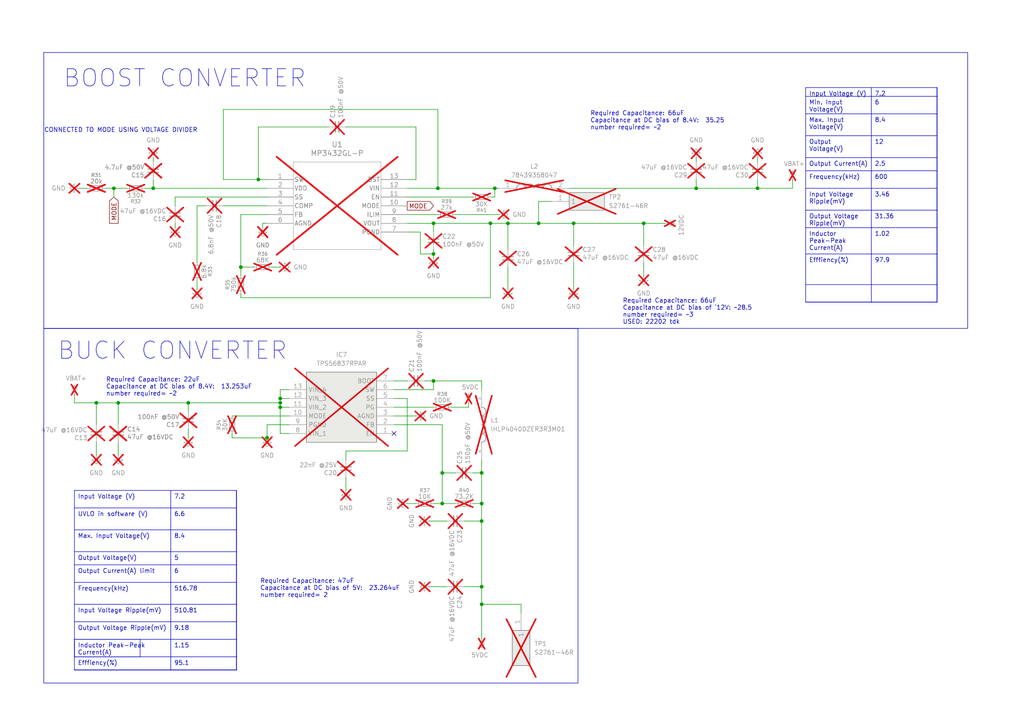
<source format=kicad_sch>
(kicad_sch (version 20250114) (generator "eeschema") (generator_version "9.0")
  (paper "A4")
  (lib_symbols
    (symbol "Device:C_Small" (pin_numbers (hide yes)) (pin_names (offset 0.254) (hide yes))
      (property "Reference" "C" (at 0.254 1.778 0))
      (property "Value" "C_Small" (at 0.254 -2.032 0))
      (symbol "C_Small_0_1"
        (polyline (pts (xy -1.524 0.508) (xy 1.524 0.508)) (stroke (width 0.3048)))
        (polyline (pts (xy -1.524 -0.508) (xy 1.524 -0.508)) (stroke (width 0.3302)))
      )
      (symbol "C_Small_1_1"
        (pin passive line (at 0 2.54 270) (length 2.032) (name "~") (number "1"))
        (pin passive line (at 0 -2.54 90) (length 2.032) (name "~") (number "2"))
      )
    )
    (symbol "Device:R_Small" (pin_numbers (hide yes)) (pin_names (offset 0.254) (hide yes))
      (property "Reference" "R" (at 0 0 90))
      (property "Value" "R_Small" (at 1.778 0 90))
      (symbol "R_Small_0_1"
        (rectangle (start -0.762 1.778) (end 0.762 -1.778) (stroke (width 0.2032)))
      )
      (symbol "R_Small_1_1"
        (pin passive line (at 0 2.54 270) (length 0.762) (name "~") (number "1"))
        (pin passive line (at 0 -2.54 90) (length 0.762) (name "~") (number "2"))
      )
    )
    (symbol "MP3432:MP3432GL-P" (pin_names (offset 0.254))
      (property "Reference" "U" (at 20.32 10.16 0))
      (property "Value" "MP3432GL-P" (at 20.32 7.62 0))
      (symbol "MP3432GL-P_0_1"
        (polyline (pts (xy 7.62 5.08) (xy 7.62 -20.32)) (stroke (width 0.127)))
        (polyline (pts (xy 7.62 -20.32) (xy 33.02 -20.32)) (stroke (width 0.127)))
        (polyline (pts (xy 33.02 5.08) (xy 7.62 5.08)) (stroke (width 0.127)))
        (polyline (pts (xy 33.02 -20.32) (xy 33.02 5.08)) (stroke (width 0.127)))
        (pin output line (at 0 0 0) (length 7.62) (name "SW") (number "1"))
        (pin power_in line (at 0 -2.54 0) (length 7.62) (name "VDD") (number "2"))
        (pin unspecified line (at 0 -5.08 0) (length 7.62) (name "SS") (number "3"))
        (pin output line (at 0 -7.62 0) (length 7.62) (name "COMP") (number "4"))
        (pin input line (at 0 -10.16 0) (length 7.62) (name "FB") (number "5"))
        (pin power_out line (at 0 -12.7 0) (length 7.62) (name "AGND") (number "6"))
        (pin unspecified line (at 40.64 0 180) (length 7.62) (name "BST") (number "13"))
        (pin power_in line (at 40.64 -2.54 180) (length 7.62) (name "VIN") (number "12"))
        (pin unspecified line (at 40.64 -5.08 180) (length 7.62) (name "EN") (number "11"))
        (pin unspecified line (at 40.64 -7.62 180) (length 7.62) (name "MODE") (number "10"))
        (pin unspecified line (at 40.64 -10.16 180) (length 7.62) (name "ILIM") (number "9"))
        (pin output line (at 40.64 -12.7 180) (length 7.62) (name "VOUT") (number "8"))
        (pin power_out line (at 40.64 -15.24 180) (length 7.62) (name "PGND") (number "7"))
      )
    )
    (symbol "power:+BATT" (power) (pin_numbers (hide yes)) (pin_names (offset 0) (hide yes))
      (property "Value" "+BATT" (at 0 3.556 0))
      (symbol "+BATT_0_1"
        (polyline (pts (xy -0.762 1.27) (xy 0 2.54)))
        (polyline (pts (xy 0 2.54) (xy 0.762 1.27)))
        (polyline (pts (xy 0 0) (xy 0 2.54)))
      )
      (symbol "+BATT_1_1"
        (pin power_in line (at 0 0 90) (length 0) (name "~") (number "1"))
      )
    )
    (symbol "power:GND1" (power) (pin_numbers (hide yes)) (pin_names (offset 0) (hide yes))
      (property "Value" "GND1" (at 0 -3.81 0))
      (symbol "GND1_0_1"
        (polyline (pts (xy 0 0) (xy 0 -1.27) (xy 1.27 -1.27) (xy 0 -2.54) (xy -1.27 -1.27) (xy 0 -1.27)))
      )
      (symbol "GND1_1_1"
        (pin power_in line (at 0 0 270) (length 0) (name "~") (number "1"))
      )
    )
    (symbol "samac_sys:78439358047" (pin_names (hide yes))
      (property "Reference" "L" (at 16.51 6.35 0))
      (property "Value" "78439358047" (at 16.51 3.81 0))
      (symbol "78439358047_1_1"
        (arc (start 5.08 0) (mid 6.35 1.219) (end 7.62 0) (stroke (width 0.254)))
        (arc (start 7.62 0) (mid 8.89 1.219) (end 10.16 0) (stroke (width 0.254)))
        (arc (start 10.16 0) (mid 11.43 1.219) (end 12.7 0) (stroke (width 0.254)))
        (arc (start 12.7 0) (mid 13.97 1.219) (end 15.24 0) (stroke (width 0.254)))
        (pin passive line (at 0 0 0) (length 5.08) (name "1") (number "1"))
        (pin passive line (at 20.32 0 180) (length 5.08) (name "2") (number "2"))
      )
    )
    (symbol "samac_sys:IHLP4040DZER3R3M01" (pin_names (hide yes))
      (property "Reference" "L" (at 16.51 6.35 0))
      (property "Value" "IHLP4040DZER3R3M01" (at 16.51 3.81 0))
      (symbol "IHLP4040DZER3R3M01_1_1"
        (arc (start 5.08 0) (mid 6.35 1.219) (end 7.62 0) (stroke (width 0.254)))
        (arc (start 7.62 0) (mid 8.89 1.219) (end 10.16 0) (stroke (width 0.254)))
        (arc (start 10.16 0) (mid 11.43 1.219) (end 12.7 0) (stroke (width 0.254)))
        (arc (start 12.7 0) (mid 13.97 1.219) (end 15.24 0) (stroke (width 0.254)))
        (pin passive line (at 0 0 0) (length 5.08) (name "1") (number "1"))
        (pin passive line (at 20.32 0 180) (length 5.08) (name "2") (number "2"))
      )
    )
    (symbol "samac_sys:S2761-46R"
      (property "Reference" "TP" (at 16.51 7.62 0))
      (property "Value" "S2761-46R" (at 16.51 5.08 0))
      (symbol "S2761-46R_1_1"
        (rectangle (start 5.08 2.54) (end 15.24 -2.54) (stroke (width 0.254)) (fill (type background)))
        (pin passive line (at 0 0 0) (length 5.08) (name "1") (number "1"))
      )
    )
    (symbol "samac_sys:TPS56837RPAR"
      (property "Reference" "IC" (at 26.67 7.62 0))
      (property "Value" "TPS56837RPAR" (at 26.67 5.08 0))
      (symbol "TPS56837RPAR_1_1"
        (rectangle (start 5.08 2.54) (end 25.4 -17.78) (stroke (width 0.254)) (fill (type background)))
        (pin passive line (at 0 0 0) (length 5.08) (name "EN") (number "1"))
        (pin passive line (at 0 -2.54 0) (length 5.08) (name "FB") (number "2"))
        (pin passive line (at 0 -5.08 0) (length 5.08) (name "AGND") (number "3"))
        (pin passive line (at 0 -7.62 0) (length 5.08) (name "PG") (number "4"))
        (pin passive line (at 0 -10.16 0) (length 5.08) (name "SS") (number "5"))
        (pin passive line (at 0 -12.7 0) (length 5.08) (name "SW") (number "6"))
        (pin passive line (at 0 -15.24 0) (length 5.08) (name "BOOT") (number "7"))
        (pin passive line (at 30.48 0 180) (length 5.08) (name "VIN_1") (number "8"))
        (pin passive line (at 30.48 -2.54 180) (length 5.08) (name "PGND") (number "9"))
        (pin passive line (at 30.48 -5.08 180) (length 5.08) (name "MODE") (number "10"))
        (pin passive line (at 30.48 -7.62 180) (length 5.08) (name "VIN_2") (number "11"))
        (pin passive line (at 30.48 -10.16 180) (length 5.08) (name "VIN_3") (number "12"))
        (pin passive line (at 30.48 -12.7 180) (length 5.08) (name "VIN_4") (number "13"))
      )
    )
  )
  (rectangle (start 12.7 95.25) (end 167.64 198.12))
  (rectangle (start 12.7 15.24) (end 280.67 95.25))
  (text "Required Capacitance: 47uF\nCapacitance at DC bias of 5V:  23.264uF\nnumber required= 2" (at 75.438 170.688 0) (effects (font (size 1.27 1.27)) (justify left)))
  (text "Required Capacitance: 66uF\nCapacitance at DC bias of 8.4V:  35.25\nnumber required= ~2" (at 171.196 35.052 0) (effects (font (size 1.27 1.27)) (justify left)))
  (text "BUCK CONVERTER\n" (at 50.038 101.854 0) (effects (font (size 5 5))))
  (text "CONNECTED TO MODE USING VOLTAGE DIVIDER\n" (at 35.052 37.846 0) (effects (font (size 1.27 1.27))))
  (text "BOOST CONVERTER" (at 53.594 22.86 0) (effects (font (size 5 5))))
  (text "Required Capacitance: 66uF\nCapacitance at DC bias of `12V: ~28.5\nnumber required= ~3\nUSED: 22202 tdk" (at 180.594 90.424 0) (effects (font (size 1.27 1.27)) (justify left)))
  (text "Required Capacitance: 22uF\nCapacitance at DC bias of 8.4V:  13.253uF\nnumber required= ~2" (at 30.734 112.268 0) (effects (font (size 1.27 1.27)) (justify left)))
  (junction (at 125.73 73.66))
  (junction (at 54.61 116.84))
  (junction (at 139.7 137.16))
  (junction (at 125.73 110.49))
  (junction (at 127 54.61))
  (junction (at 69.85 77.47))
  (junction (at 201.93 54.61))
  (junction (at 139.7 175.26))
  (junction (at 128.27 137.16))
  (junction (at 139.7 170.18))
  (junction (at 143.51 54.61))
  (junction (at 186.69 64.77))
  (junction (at 34.29 116.84))
  (junction (at 81.28 116.84))
  (junction (at 147.32 64.77))
  (junction (at 77.47 127))
  (junction (at 74.93 52.07))
  (junction (at 128.27 146.05))
  (junction (at 166.37 64.77))
  (junction (at 81.28 118.11))
  (junction (at 219.71 54.61))
  (junction (at 125.73 64.77))
  (junction (at 33.02 54.61))
  (junction (at 142.24 64.77))
  (junction (at 81.28 115.57))
  (junction (at 44.45 54.61))
  (junction (at 139.7 146.05))
  (junction (at 156.21 64.77))
  (junction (at 27.94 116.84))
  (junction (at 139.7 151.13))
  (no_connect (at 114.3 125.73))
  (wire (pts (xy 118.11 115.57) (xy 118.11 130.81)))
  (wire (pts (xy 54.61 124.46) (xy 54.61 127)))
  (wire (pts (xy 219.71 52.07) (xy 219.71 54.61)))
  (wire (pts (xy 74.93 52.07) (xy 77.47 52.07)))
  (wire (pts (xy 118.11 67.31) (xy 121.92 67.31)))
  (wire (pts (xy 21.59 116.84) (xy 27.94 116.84)))
  (wire (pts (xy 74.93 36.83) (xy 74.93 52.07)))
  (wire (pts (xy 147.32 64.77) (xy 156.21 64.77)))
  (wire (pts (xy 132.08 146.05) (xy 128.27 146.05)))
  (wire (pts (xy 124.46 170.18) (xy 129.54 170.18)))
  (wire (pts (xy 64.77 52.07) (xy 64.77 31.75)))
  (wire (pts (xy 121.92 67.31) (xy 121.92 73.66)))
  (wire (pts (xy 78.74 77.47) (xy 81.28 77.47)))
  (wire (pts (xy 129.54 151.13) (xy 124.46 151.13)))
  (wire (pts (xy 143.51 54.61) (xy 144.78 54.61)))
  (wire (pts (xy 44.45 54.61) (xy 77.47 54.61)))
  (wire (pts (xy 100.33 36.83) (xy 120.65 36.83)))
  (wire (pts (xy 127 54.61) (xy 143.51 54.61)))
  (wire (pts (xy 114.3 123.19) (xy 128.27 123.19)))
  (wire (pts (xy 50.8 64.77) (xy 50.8 66.04)))
  (wire (pts (xy 139.7 110.49) (xy 125.73 110.49)))
  (wire (pts (xy 142.24 86.36) (xy 142.24 64.77)))
  (wire (pts (xy 219.71 46.99) (xy 219.71 45.72)))
  (wire (pts (xy 118.11 52.07) (xy 120.65 52.07)))
  (wire (pts (xy 186.69 64.77) (xy 186.69 71.12)))
  (wire (pts (xy 77.47 64.77) (xy 76.2 64.77)))
  (wire (pts (xy 118.11 57.15) (xy 137.16 57.15)))
  (wire (pts (xy 64.77 31.75) (xy 127 31.75)))
  (wire (pts (xy 132.08 62.23) (xy 144.78 62.23)))
  (wire (pts (xy 44.45 52.07) (xy 44.45 54.61)))
  (wire (pts (xy 81.28 115.57) (xy 83.82 115.57)))
  (wire (pts (xy 137.16 146.05) (xy 139.7 146.05)))
  (wire (pts (xy 67.31 125.73) (xy 67.31 127)))
  (wire (pts (xy 125.73 113.03) (xy 125.73 110.49)))
  (wire (pts (xy 123.19 110.49) (xy 125.73 110.49)))
  (wire (pts (xy 81.28 113.03) (xy 81.28 115.57)))
  (wire (pts (xy 147.32 77.47) (xy 147.32 83.82)))
  (wire (pts (xy 201.93 54.61) (xy 219.71 54.61)))
  (wire (pts (xy 21.59 114.3) (xy 21.59 116.84)))
  (wire (pts (xy 69.85 77.47) (xy 73.66 77.47)))
  (wire (pts (xy 118.11 130.81) (xy 100.33 130.81)))
  (wire (pts (xy 67.31 127) (xy 77.47 127)))
  (wire (pts (xy 125.73 72.39) (xy 125.73 73.66)))
  (wire (pts (xy 77.47 62.23) (xy 69.85 62.23)))
  (wire (pts (xy 128.27 123.19) (xy 128.27 137.16)))
  (wire (pts (xy 135.89 118.11) (xy 135.89 116.84)))
  (wire (pts (xy 114.3 118.11) (xy 125.73 118.11)))
  (wire (pts (xy 41.91 54.61) (xy 44.45 54.61)))
  (wire (pts (xy 143.51 57.15) (xy 143.51 54.61)))
  (wire (pts (xy 201.93 46.99) (xy 201.93 45.72)))
  (wire (pts (xy 151.13 177.8) (xy 151.13 175.26)))
  (wire (pts (xy 139.7 137.16) (xy 139.7 146.05)))
  (wire (pts (xy 81.28 116.84) (xy 81.28 115.57)))
  (wire (pts (xy 69.85 85.09) (xy 69.85 86.36)))
  (wire (pts (xy 139.7 137.16) (xy 137.16 137.16)))
  (wire (pts (xy 83.82 125.73) (xy 81.28 125.73)))
  (wire (pts (xy 76.2 64.77) (xy 76.2 66.04)))
  (wire (pts (xy 186.69 64.77) (xy 193.04 64.77)))
  (wire (pts (xy 125.73 73.66) (xy 125.73 74.93)))
  (wire (pts (xy 54.61 116.84) (xy 54.61 119.38)))
  (wire (pts (xy 44.45 45.72) (xy 44.45 46.99)))
  (wire (pts (xy 156.21 58.42) (xy 156.21 64.77)))
  (wire (pts (xy 77.47 57.15) (xy 50.8 57.15)))
  (wire (pts (xy 114.3 115.57) (xy 118.11 115.57)))
  (wire (pts (xy 142.24 64.77) (xy 147.32 64.77)))
  (wire (pts (xy 139.7 133.35) (xy 139.7 137.16)))
  (wire (pts (xy 33.02 54.61) (xy 36.83 54.61)))
  (wire (pts (xy 57.15 59.69) (xy 57.15 76.2)))
  (wire (pts (xy 83.82 113.03) (xy 81.28 113.03)))
  (wire (pts (xy 100.33 138.43) (xy 100.33 142.24)))
  (wire (pts (xy 114.3 120.65) (xy 120.65 120.65)))
  (wire (pts (xy 139.7 175.26) (xy 139.7 185.42)))
  (wire (pts (xy 139.7 151.13) (xy 139.7 170.18)))
  (wire (pts (xy 127 31.75) (xy 127 54.61)))
  (wire (pts (xy 120.65 146.05) (xy 118.11 146.05)))
  (wire (pts (xy 139.7 170.18) (xy 139.7 175.26)))
  (wire (pts (xy 139.7 151.13) (xy 139.7 146.05)))
  (wire (pts (xy 83.82 120.65) (xy 67.31 120.65)))
  (wire (pts (xy 125.73 64.77) (xy 142.24 64.77)))
  (wire (pts (xy 128.27 146.05) (xy 125.73 146.05)))
  (wire (pts (xy 160.02 58.42) (xy 156.21 58.42)))
  (wire (pts (xy 121.92 73.66) (xy 125.73 73.66)))
  (wire (pts (xy 165.1 54.61) (xy 201.93 54.61)))
  (wire (pts (xy 100.33 130.81) (xy 100.33 133.35)))
  (wire (pts (xy 120.65 36.83) (xy 120.65 52.07)))
  (wire (pts (xy 156.21 64.77) (xy 166.37 64.77)))
  (wire (pts (xy 118.11 54.61) (xy 127 54.61)))
  (wire (pts (xy 81.28 125.73) (xy 81.28 118.11)))
  (wire (pts (xy 142.24 57.15) (xy 143.51 57.15)))
  (wire (pts (xy 201.93 52.07) (xy 201.93 54.61)))
  (wire (pts (xy 125.73 64.77) (xy 125.73 67.31)))
  (wire (pts (xy 139.7 113.03) (xy 139.7 110.49)))
  (wire (pts (xy 186.69 76.2) (xy 186.69 80.01)))
  (wire (pts (xy 166.37 76.2) (xy 166.37 83.82)))
  (wire (pts (xy 34.29 116.84) (xy 54.61 116.84)))
  (wire (pts (xy 57.15 81.28) (xy 57.15 83.82)))
  (wire (pts (xy 30.48 54.61) (xy 33.02 54.61)))
  (wire (pts (xy 128.27 137.16) (xy 128.27 146.05)))
  (wire (pts (xy 114.3 110.49) (xy 118.11 110.49)))
  (wire (pts (xy 69.85 86.36) (xy 142.24 86.36)))
  (wire (pts (xy 77.47 123.19) (xy 83.82 123.19)))
  (wire (pts (xy 130.81 118.11) (xy 135.89 118.11)))
  (wire (pts (xy 34.29 128.27) (xy 34.29 132.08)))
  (wire (pts (xy 83.82 118.11) (xy 81.28 118.11)))
  (wire (pts (xy 27.94 116.84) (xy 34.29 116.84)))
  (wire (pts (xy 128.27 137.16) (xy 132.08 137.16)))
  (wire (pts (xy 118.11 64.77) (xy 125.73 64.77)))
  (wire (pts (xy 22.86 54.61) (xy 25.4 54.61)))
  (wire (pts (xy 64.77 59.69) (xy 77.47 59.69)))
  (wire (pts (xy 33.02 54.61) (xy 33.02 57.15)))
  (wire (pts (xy 27.94 116.84) (xy 27.94 123.19)))
  (wire (pts (xy 219.71 54.61) (xy 229.87 54.61)))
  (wire (pts (xy 27.94 128.27) (xy 27.94 132.08)))
  (wire (pts (xy 139.7 151.13) (xy 134.62 151.13)))
  (wire (pts (xy 59.69 59.69) (xy 57.15 59.69)))
  (wire (pts (xy 139.7 170.18) (xy 134.62 170.18)))
  (wire (pts (xy 114.3 113.03) (xy 125.73 113.03)))
  (wire (pts (xy 74.93 52.07) (xy 64.77 52.07)))
  (wire (pts (xy 77.47 123.19) (xy 77.47 127)))
  (wire (pts (xy 50.8 57.15) (xy 50.8 59.69)))
  (wire (pts (xy 166.37 64.77) (xy 186.69 64.77)))
  (wire (pts (xy 69.85 62.23) (xy 69.85 77.47)))
  (wire (pts (xy 95.25 36.83) (xy 74.93 36.83)))
  (wire (pts (xy 118.11 62.23) (xy 127 62.23)))
  (wire (pts (xy 81.28 118.11) (xy 81.28 116.84)))
  (wire (pts (xy 151.13 175.26) (xy 139.7 175.26)))
  (wire (pts (xy 229.87 52.07) (xy 229.87 54.61)))
  (wire (pts (xy 34.29 116.84) (xy 34.29 123.19)))
  (wire (pts (xy 69.85 77.47) (xy 69.85 80.01)))
  (wire (pts (xy 147.32 64.77) (xy 147.32 72.39)))
  (wire (pts (xy 166.37 71.12) (xy 166.37 64.77)))
  (wire (pts (xy 54.61 116.84) (xy 81.28 116.84)))
  (table (column_count 3) (border (external yes) (header yes)) (separators (rows yes) (cols yes)) (column_widths 19.05 19.05 0) (row_heights 2.54 5.08 6.35 6.35 3.81 5.08 6.35 5.08 7.62 8.89 5.08 0) (cells (table_cell "Input Voltage (V)" (at 233.68 25.4 0) (size 19.05 2.54) (margins 0.9525 0.9525 0.9525 0.9525) (span 1 1)) (table_cell "7.2" (at 252.73 25.4 0) (size 19.05 2.54) (margins 0.9525 0.9525 0.9525 0.9525) (span 1 1)) (table_cell "" (at 271.78 25.4 0) (size 0 2.54) (margins 0.9525 0.9525 0.9525 0.9525) (span 1 1)) (table_cell "Min. Input Voltage(V)" (at 233.68 27.94 0) (size 19.05 5.08) (margins 0.9525 0.9525 0.9525 0.9525) (span 1 1)) (table_cell "6" (at 252.73 27.94 0) (size 19.05 5.08) (margins 0.9525 0.9525 0.9525 0.9525) (span 1 1)) (table_cell "" (at 271.78 27.94 0) (size 0 5.08) (margins 0.9525 0.9525 0.9525 0.9525) (span 1 1)) (table_cell "Max. Input Voltage(V)" (at 233.68 33.02 0) (size 19.05 6.35) (margins 0.9525 0.9525 0.9525 0.9525) (span 1 1)) (table_cell "8.4" (at 252.73 33.02 0) (size 19.05 6.35) (margins 0.9525 0.9525 0.9525 0.9525) (span 1 1)) (table_cell "" (at 271.78 33.02 0) (size 0 6.35) (margins 0.9525 0.9525 0.9525 0.9525) (span 1 1)) (table_cell "Output Voltage(V)" (at 233.68 39.37 0) (size 19.05 6.35) (margins 0.9525 0.9525 0.9525 0.9525) (span 1 1)) (table_cell "12" (at 252.73 39.37 0) (size 19.05 6.35) (margins 0.9525 0.9525 0.9525 0.9525) (span 1 1)) (table_cell "" (at 271.78 39.37 0) (size 0 6.35) (margins 0.9525 0.9525 0.9525 0.9525) (span 1 1)) (table_cell "Output Current(A)" (at 233.68 45.72 0) (size 19.05 3.81) (margins 0.9525 0.9525 0.9525 0.9525) (span 1 1)) (table_cell "2.5" (at 252.73 45.72 0) (size 19.05 3.81) (margins 0.9525 0.9525 0.9525 0.9525) (span 1 1)) (table_cell "" (at 271.78 45.72 0) (size 0 3.81) (margins 0.9525 0.9525 0.9525 0.9525) (span 1 1)) (table_cell "Frequency(kHz)" (at 233.68 49.53 0) (size 19.05 5.08) (margins 0.9525 0.9525 0.9525 0.9525) (span 1 1)) (table_cell "600" (at 252.73 49.53 0) (size 19.05 5.08) (margins 0.9525 0.9525 0.9525 0.9525) (span 1 1)) (table_cell "" (at 271.78 49.53 0) (size 0 5.08) (margins 0.9525 0.9525 0.9525 0.9525) (span 1 1)) (table_cell "Input Voltage Ripple(mV)" (at 233.68 54.61 0) (size 19.05 6.35) (margins 0.9525 0.9525 0.9525 0.9525) (span 1 1)) (table_cell "3.46" (at 252.73 54.61 0) (size 19.05 6.35) (margins 0.9525 0.9525 0.9525 0.9525) (span 1 1)) (table_cell "" (at 271.78 54.61 0) (size 0 6.35) (margins 0.9525 0.9525 0.9525 0.9525) (span 1 1)) (table_cell "Output Voltage Ripple(mV)" (at 233.68 60.96 0) (size 19.05 5.08) (margins 0.9525 0.9525 0.9525 0.9525) (span 1 1)) (table_cell "31.36" (at 252.73 60.96 0) (size 19.05 5.08) (margins 0.9525 0.9525 0.9525 0.9525) (span 1 1)) (table_cell "" (at 271.78 60.96 0) (size 0 5.08) (margins 0.9525 0.9525 0.9525 0.9525) (span 1 1)) (table_cell "Inductor Peak-Peak Current(A)" (at 233.68 66.04 0) (size 19.05 7.62) (margins 0.9525 0.9525 0.9525 0.9525) (span 1 1)) (table_cell "1.02" (at 252.73 66.04 0) (size 19.05 7.62) (margins 0.9525 0.9525 0.9525 0.9525) (span 1 1)) (table_cell "" (at 271.78 66.04 0) (size 0 7.62) (margins 0.9525 0.9525 0.9525 0.9525) (span 1 1)) (table_cell "Efffiency(%)" (at 233.68 73.66 0) (size 19.05 8.89) (margins 0.9525 0.9525 0.9525 0.9525) (span 1 1)) (table_cell "97.9" (at 252.73 73.66 0) (size 19.05 8.89) (margins 0.9525 0.9525 0.9525 0.9525) (span 1 1)) (table_cell "" (at 271.78 73.66 0) (size 0 8.89) (margins 0.9525 0.9525 0.9525 0.9525) (span 1 1)) (table_cell "" (at 233.68 82.55 0) (size 19.05 5.08) (margins 0.9525 0.9525 0.9525 0.9525) (span 1 1)) (table_cell "" (at 252.73 82.55 0) (size 19.05 5.08) (margins 0.9525 0.9525 0.9525 0.9525) (span 1 1)) (table_cell "" (at 271.78 82.55 0) (size 0 5.08) (margins 0.9525 0.9525 0.9525 0.9525) (span 1 1)) (table_cell "" (at 233.68 87.63 0) (size 19.05 0) (margins 0.9525 0.9525 0.9525 0.9525) (span 1 1)) (table_cell "" (at 252.73 87.63 0) (size 19.05 0) (margins 0.9525 0.9525 0.9525 0.9525) (span 1 1)) (table_cell "" (at 271.78 87.63 0) (size 0 0) (margins 0.9525 0.9525 0.9525 0.9525) (span 1 1))))
  (table (column_count 1) (border (external yes) (header yes)) (separators (rows yes) (cols yes)) (column_widths 19.05) (row_heights -5.08) (cells (table_cell "" (at 21.59 190.5 0) (size 19.05 -5.08) (margins 0.9525 0.9525 0.9525 0.9525) (span 1 1))))
  (table (column_count 3) (border (external yes) (header yes)) (separators (rows yes) (cols yes)) (column_widths 27.94 19.05 0) (row_heights 5.08 6.35 6.35 3.81 5.08 6.35 5.08 5.08 5.08 3.81 0) (cells (table_cell "Input Voltage (V)" (at 21.59 142.24 0) (size 27.94 5.08) (margins 0.9525 0.9525 0.9525 0.9525) (span 1 1)) (table_cell "7.2" (at 49.53 142.24 0) (size 19.05 5.08) (margins 0.9525 0.9525 0.9525 0.9525) (span 1 1)) (table_cell "" (at 68.58 142.24 0) (size 0 5.08) (margins 0.9525 0.9525 0.9525 0.9525) (span 1 1)) (table_cell "UVLO in software (V)" (at 21.59 147.32 0) (size 27.94 6.35) (margins 0.9525 0.9525 0.9525 0.9525) (span 1 1)) (table_cell "6.6" (at 49.53 147.32 0) (size 19.05 6.35) (margins 0.9525 0.9525 0.9525 0.9525) (span 1 1)) (table_cell "" (at 68.58 147.32 0) (size 0 6.35) (margins 0.9525 0.9525 0.9525 0.9525) (span 1 1)) (table_cell "Max. Input Voltage(V)" (at 21.59 153.67 0) (size 27.94 6.35) (margins 0.9525 0.9525 0.9525 0.9525) (span 1 1)) (table_cell "8.4" (at 49.53 153.67 0) (size 19.05 6.35) (margins 0.9525 0.9525 0.9525 0.9525) (span 1 1)) (table_cell "" (at 68.58 153.67 0) (size 0 6.35) (margins 0.9525 0.9525 0.9525 0.9525) (span 1 1)) (table_cell "Output Voltage(V)" (at 21.59 160.02 0) (size 27.94 3.81) (margins 0.9525 0.9525 0.9525 0.9525) (span 1 1)) (table_cell "5" (at 49.53 160.02 0) (size 19.05 3.81) (margins 0.9525 0.9525 0.9525 0.9525) (span 1 1)) (table_cell "" (at 68.58 160.02 0) (size 0 3.81) (margins 0.9525 0.9525 0.9525 0.9525) (span 1 1)) (table_cell "Output Current(A) limit" (at 21.59 163.83 0) (size 27.94 5.08) (margins 0.9525 0.9525 0.9525 0.9525) (span 1 1)) (table_cell "6" (at 49.53 163.83 0) (size 19.05 5.08) (margins 0.9525 0.9525 0.9525 0.9525) (span 1 1)) (table_cell "" (at 68.58 163.83 0) (size 0 5.08) (margins 0.9525 0.9525 0.9525 0.9525) (span 1 1)) (table_cell "Frequency(kHz)" (at 21.59 168.91 0) (size 27.94 6.35) (margins 0.9525 0.9525 0.9525 0.9525) (span 1 1)) (table_cell "516.78" (at 49.53 168.91 0) (size 19.05 6.35) (margins 0.9525 0.9525 0.9525 0.9525) (span 1 1)) (table_cell "" (at 68.58 168.91 0) (size 0 6.35) (margins 0.9525 0.9525 0.9525 0.9525) (span 1 1)) (table_cell "Input Voltage Ripple(mV)" (at 21.59 175.26 0) (size 27.94 5.08) (margins 0.9525 0.9525 0.9525 0.9525) (span 1 1)) (table_cell "510.81" (at 49.53 175.26 0) (size 19.05 5.08) (margins 0.9525 0.9525 0.9525 0.9525) (span 1 1)) (table_cell "" (at 68.58 175.26 0) (size 0 5.08) (margins 0.9525 0.9525 0.9525 0.9525) (span 1 1)) (table_cell "Output Voltage Ripple(mV)" (at 21.59 180.34 0) (size 27.94 5.08) (margins 0.9525 0.9525 0.9525 0.9525) (span 1 1)) (table_cell "9.18" (at 49.53 180.34 0) (size 19.05 5.08) (margins 0.9525 0.9525 0.9525 0.9525) (span 1 1)) (table_cell "" (at 68.58 180.34 0) (size 0 5.08) (margins 0.9525 0.9525 0.9525 0.9525) (span 1 1)) (table_cell "Inductor Peak-Peak Current(A)" (at 21.59 185.42 0) (size 27.94 5.08) (margins 0.9525 0.9525 0.9525 0.9525) (span 1 1)) (table_cell "1.15" (at 49.53 185.42 0) (size 19.05 5.08) (margins 0.9525 0.9525 0.9525 0.9525) (span 1 1)) (table_cell "" (at 68.58 185.42 0) (size 0 5.08) (margins 0.9525 0.9525 0.9525 0.9525) (span 1 1)) (table_cell "Efffiency(%)" (at 21.59 190.5 0) (size 27.94 3.81) (margins 0.9525 0.9525 0.9525 0.9525) (span 1 1)) (table_cell "95.1" (at 49.53 190.5 0) (size 19.05 3.81) (margins 0.9525 0.9525 0.9525 0.9525) (span 1 1)) (table_cell "" (at 68.58 190.5 0) (size 0 3.81) (margins 0.9525 0.9525 0.9525 0.9525) (span 1 1)) (table_cell "" (at 21.59 194.31 0) (size 27.94 0) (margins 0.9525 0.9525 0.9525 0.9525) (span 1 1)) (table_cell "" (at 49.53 194.31 0) (size 19.05 0) (margins 0.9525 0.9525 0.9525 0.9525) (span 1 1)) (table_cell "" (at 68.58 194.31 0) (size 0 0) (margins 0.9525 0.9525 0.9525 0.9525) (span 1 1))))
  (global_label "MODE" (shape output) (at 118.11 59.69 0) (property "Intersheetrefs" "${INTERSHEET_REFS}" (effects (hide yes))))
  (global_label "MODE" (shape input) (at 33.02 57.15 270) (property "Intersheetrefs" "${INTERSHEET_REFS}" (effects (hide yes))))
  (symbol (lib_id "power:GND1") (at 22.86 54.61 270) (unit 1) (in_bom no) (on_board no) (dnp yes)
    (property "Reference" "#PWR054" (effects (hide yes)))
    (property "Value" "GND" (at 19.05 54.6099 90) (effects (justify right)))
    (property "Description" "Power symbol creates a global label with name \"GND1\" , ground" (effects (hide yes)))
  )
  (symbol (lib_id "Device:R_Small") (at 27.94 54.61 270) (unit 1) (in_bom no) (on_board no) (dnp yes)
    (property "Reference" "R31" (at 27.94 50.8 90) (effects (font (size 1.016 1.016))))
    (property "Value" "20k" (at 27.94 52.578 90))
    (property "Footprint" "Resistor_SMD:R_0603_1608Metric" (effects (hide yes)))
    (property "Description" "Resistor, small symbol" (effects (hide yes)))
  )
  (symbol (lib_id "Device:C_Small") (at 166.37 73.66 0) (unit 1) (in_bom no) (on_board no) (dnp yes)
    (property "Reference" "C27" (at 168.91 72.3962 0) (effects (justify left)))
    (property "Value" "47uF @16VDC" (at 168.91 74.676 0) (effects (justify left)))
    (property "Footprint" "Capacitor_SMD:C_2220_5750Metric_Pad1.97x5.40mm_HandSolder" (effects (hide yes)))
    (property "Datasheet" "CGA9N3X7R1C476M230KB" (effects (hide yes)))
    (property "Description" "Unpolarized capacitor, small symbol" (effects (hide yes)))
  )
  (symbol (lib_id "Device:R_Small") (at 39.37 54.61 90) (unit 1) (in_bom no) (on_board no) (dnp yes)
    (property "Reference" "R32" (at 39.37 58.42 90) (effects (font (size 1.016 1.016))))
    (property "Value" "130k" (at 39.37 56.642 90))
    (property "Footprint" "Resistor_SMD:R_0603_1608Metric" (effects (hide yes)))
    (property "Description" "Resistor, small symbol" (effects (hide yes)))
  )
  (symbol (lib_id "Device:C_Small") (at 186.69 73.66 0) (unit 1) (in_bom no) (on_board no) (dnp yes)
    (property "Reference" "C28" (at 189.23 72.3962 0) (effects (justify left)))
    (property "Value" "47uF @16VDC" (at 189.23 74.676 0) (effects (justify left)))
    (property "Footprint" "Capacitor_SMD:C_2220_5750Metric_Pad1.97x5.40mm_HandSolder" (effects (hide yes)))
    (property "Datasheet" "CGA9N3X7R1C476M230KB" (effects (hide yes)))
    (property "Description" "Unpolarized capacitor, small symbol" (effects (hide yes)))
  )
  (symbol (lib_id "Device:R_Small") (at 69.85 82.55 0) (unit 1) (in_bom no) (on_board no) (dnp yes)
    (property "Reference" "R35" (at 66.04 82.55 90) (effects (font (size 1.016 1.016))))
    (property "Value" "750k" (at 67.818 82.55 90))
    (property "Footprint" "Resistor_SMD:R_0603_1608Metric" (effects (hide yes)))
    (property "Description" "Resistor, small symbol" (effects (hide yes)))
  )
  (symbol (lib_id "power:GND1") (at 120.65 120.65 90) (unit 1) (in_bom no) (on_board no) (dnp yes)
    (property "Reference" "#PWR066" (effects (hide yes)))
    (property "Value" "GND" (at 124.46 120.6499 90) (effects (justify right)))
    (property "Description" "Power symbol creates a global label with name \"GND1\" , ground" (effects (hide yes)))
  )
  (symbol (lib_id "Device:C_Small") (at 62.23 59.69 270) (unit 1) (in_bom no) (on_board no) (dnp yes)
    (property "Reference" "C18" (at 63.4938 62.23 0) (effects (justify left)))
    (property "Value" "6.8nF @50V" (at 61.214 62.23 0) (effects (justify left)))
    (property "Footprint" "Capacitor_SMD:C_0603_1608Metric_Pad1.08x0.95mm_HandSolder" (effects (hide yes)))
    (property "Datasheet" "GCM188R71H682KA37D" (effects (hide yes)))
    (property "Description" "Unpolarized capacitor, small symbol" (effects (hide yes)))
  )
  (symbol (lib_id "Device:C_Small") (at 100.33 135.89 180) (unit 1) (in_bom no) (on_board no) (dnp yes)
    (property "Reference" "C20" (at 97.79 137.1538 0) (effects (justify left)))
    (property "Value" "22nF @25V" (at 97.79 134.874 0) (effects (justify left)))
    (property "Footprint" "Capacitor_SMD:C_0402_1005Metric_Pad0.74x0.62mm_HandSolder" (effects (hide yes)))
    (property "Datasheet" "GRM155R71E223KA61" (effects (hide yes)))
    (property "Description" "Unpolarized capacitor, small symbol" (effects (hide yes)))
  )
  (symbol (lib_id "power:GND1") (at 44.45 45.72 180) (unit 1) (in_bom no) (on_board no) (dnp yes)
    (property "Reference" "#PWR057" (effects (hide yes)))
    (property "Value" "GND" (at 44.45 40.64 0))
    (property "Description" "Power symbol creates a global label with name \"GND1\" , ground" (effects (hide yes)))
  )
  (symbol (lib_id "Device:C_Small") (at 201.93 49.53 180) (unit 1) (in_bom no) (on_board no) (dnp yes)
    (property "Reference" "C29" (at 199.39 50.7938 0) (effects (justify left)))
    (property "Value" "47uF @16VDC" (at 199.39 48.514 0) (effects (justify left)))
    (property "Footprint" "Capacitor_SMD:C_1206_3216Metric_Pad1.33x1.80mm_HandSolder" (effects (hide yes)))
    (property "Datasheet" "GRM31CR61C476ME44L" (effects (hide yes)))
    (property "Description" "Unpolarized capacitor, small symbol" (effects (hide yes)))
  )
  (symbol (lib_id "power:+BATT") (at 229.87 52.07 0) (unit 1) (in_bom no) (on_board no) (dnp yes)
    (property "Reference" "#PWR079" (effects (hide yes)))
    (property "Value" "VBAT+" (at 230.378 47.498 0))
    (property "Description" "Power symbol creates a global label with name \"+BATT\"" (effects (hide yes)))
  )
  (symbol (lib_id "Device:C_Small") (at 219.71 49.53 180) (unit 1) (in_bom no) (on_board no) (dnp yes)
    (property "Reference" "C30" (at 217.17 50.7938 0) (effects (justify left)))
    (property "Value" "47uF @16VDC" (at 217.17 48.514 0) (effects (justify left)))
    (property "Footprint" "Capacitor_SMD:C_1206_3216Metric_Pad1.33x1.80mm_HandSolder" (effects (hide yes)))
    (property "Datasheet" "GRM31CR61C476ME44L" (effects (hide yes)))
    (property "Description" "Unpolarized capacitor, small symbol" (effects (hide yes)))
  )
  (symbol (lib_id "samac_sys:78439358047") (at 144.78 54.61 0) (unit 1) (in_bom no) (on_board no) (dnp yes)
    (property "Reference" "L2" (at 154.94 48.26 0))
    (property "Value" "78439358047" (at 154.94 50.8 0))
    (property "Footprint" "SamacSys_Parts:78439358047" (effects (hide yes)))
    (property "Description" "WURTH ELEKTRONIK - 78439358047 - Power Inductor (SMD), 4.7 H, 9.5 A, Shielded, 16.65 A, WE-XHMA Series" (effects (hide yes)))
    (property "Height" "8" (effects (hide yes)))
    (property "Mouser Part Number" "710-78439358047" (effects (hide yes)))
    (property "Mouser Price/Stock" "https://www.mouser.co.uk/ProductDetail/Wurth-Elektronik/78439358047?qs=Znm5pLBrcAJJWrlOeq79CQ%3D%3D" (effects (hide yes)))
    (property "Manufacturer_Name" "Wurth Elektronik" (effects (hide yes)))
    (property "Manufacturer_Part_Number" "78439358047" (effects (hide yes)))
  )
  (symbol (lib_id "power:GND1") (at 54.61 127 0) (unit 1) (in_bom no) (on_board no) (dnp yes)
    (property "Reference" "#PWR059" (effects (hide yes)))
    (property "Value" "GND" (at 54.61 132.08 0))
    (property "Description" "Power symbol creates a global label with name \"GND1\" , ground" (effects (hide yes)))
  )
  (symbol (lib_id "power:GND1") (at 124.46 151.13 270) (unit 1) (in_bom no) (on_board no) (dnp yes)
    (property "Reference" "#PWR067" (effects (hide yes)))
    (property "Value" "GND" (at 119.38 151.13 0))
    (property "Description" "Power symbol creates a global label with name \"GND1\" , ground" (effects (hide yes)))
  )
  (symbol (lib_id "power:GND1") (at 219.71 45.72 180) (unit 1) (in_bom no) (on_board no) (dnp yes)
    (property "Reference" "#PWR078" (effects (hide yes)))
    (property "Value" "GND" (at 219.71 40.64 0))
    (property "Description" "Power symbol creates a global label with name \"GND1\" , ground" (effects (hide yes)))
  )
  (symbol (lib_id "power:+BATT") (at 135.89 116.84 0) (unit 1) (in_bom no) (on_board no) (dnp yes)
    (property "Reference" "#PWR070" (effects (hide yes)))
    (property "Value" "5VDC" (at 136.398 112.268 0))
    (property "Description" "Power symbol creates a global label with name \"+BATT\"" (effects (hide yes)))
  )
  (symbol (lib_id "power:GND1") (at 100.33 142.24 0) (unit 1) (in_bom no) (on_board no) (dnp yes)
    (property "Reference" "#PWR064" (effects (hide yes)))
    (property "Value" "GND" (at 100.33 147.32 0))
    (property "Description" "Power symbol creates a global label with name \"GND1\" , ground" (effects (hide yes)))
  )
  (symbol (lib_id "Device:C_Small") (at 134.62 137.16 90) (unit 1) (in_bom no) (on_board no) (dnp yes)
    (property "Reference" "C25" (at 133.3562 134.62 0) (effects (justify left)))
    (property "Value" "150pF @50V" (at 135.636 134.62 0) (effects (justify left)))
    (property "Footprint" "Capacitor_SMD:C_0402_1005Metric_Pad0.74x0.62mm_HandSolder" (effects (hide yes)))
    (property "Datasheet" "GRM1555C1H151GA01" (effects (hide yes)))
    (property "Description" "Unpolarized capacitor, small symbol" (effects (hide yes)))
  )
  (symbol (lib_id "power:GND1") (at 81.28 77.47 90) (unit 1) (in_bom no) (on_board no) (dnp yes)
    (property "Reference" "#PWR063" (effects (hide yes)))
    (property "Value" "GND" (at 85.09 77.4699 90) (effects (justify right)))
    (property "Description" "Power symbol creates a global label with name \"GND1\" , ground" (effects (hide yes)))
  )
  (symbol (lib_id "power:+BATT") (at 139.7 185.42 180) (unit 1) (in_bom no) (on_board no) (dnp yes)
    (property "Reference" "#PWR071" (effects (hide yes)))
    (property "Value" "5VDC" (at 139.192 189.992 0))
    (property "Description" "Power symbol creates a global label with name \"+BATT\"" (effects (hide yes)))
  )
  (symbol (lib_id "power:GND1") (at 201.93 45.72 180) (unit 1) (in_bom no) (on_board no) (dnp yes)
    (property "Reference" "#PWR077" (effects (hide yes)))
    (property "Value" "GND" (at 201.93 40.64 0))
    (property "Description" "Power symbol creates a global label with name \"GND1\" , ground" (effects (hide yes)))
  )
  (symbol (lib_id "Device:R_Small") (at 76.2 77.47 270) (unit 1) (in_bom no) (on_board no) (dnp yes)
    (property "Reference" "R36" (at 76.2 73.66 90) (effects (font (size 1.016 1.016))))
    (property "Value" "68K" (at 76.2 75.438 90))
    (property "Footprint" "Resistor_SMD:R_0603_1608Metric" (effects (hide yes)))
    (property "Description" "Resistor, small symbol" (effects (hide yes)))
  )
  (symbol (lib_id "Device:C_Small") (at 125.73 69.85 0) (unit 1) (in_bom no) (on_board no) (dnp yes)
    (property "Reference" "C22" (at 128.27 68.5862 0) (effects (justify left)))
    (property "Value" "100nF @50V" (at 128.27 70.866 0) (effects (justify left)))
    (property "Footprint" "Capacitor_SMD:C_0402_1005Metric_Pad0.74x0.62mm_HandSolder" (effects (hide yes)))
    (property "Datasheet" "GRM155R61H104KE19J" (effects (hide yes)))
    (property "Description" "Unpolarized capacitor, small symbol" (effects (hide yes)))
  )
  (symbol (lib_id "Device:C_Small") (at 27.94 125.73 180) (unit 1) (in_bom no) (on_board no) (dnp yes)
    (property "Reference" "C13" (at 25.4 126.9938 0) (effects (justify left)))
    (property "Value" "47uF @16VDC" (at 25.4 124.714 0) (effects (justify left)))
    (property "Footprint" "Capacitor_SMD:C_1206_3216Metric_Pad1.33x1.80mm_HandSolder" (effects (hide yes)))
    (property "Datasheet" "GRM31CR61C476ME44L" (effects (hide yes)))
    (property "Description" "Unpolarized capacitor, small symbol" (effects (hide yes)))
  )
  (symbol (lib_id "Device:C_Small") (at 97.79 36.83 90) (unit 1) (in_bom no) (on_board no) (dnp yes)
    (property "Reference" "C19" (at 96.5262 34.29 0) (effects (justify left)))
    (property "Value" "100nF @50V" (at 98.806 34.29 0) (effects (justify left)))
    (property "Footprint" "Capacitor_SMD:C_0402_1005Metric_Pad0.74x0.62mm_HandSolder" (effects (hide yes)))
    (property "Datasheet" "GRM155R61H104KE19J" (effects (hide yes)))
    (property "Description" "Unpolarized capacitor, small symbol" (effects (hide yes)))
  )
  (symbol (lib_id "power:GND1") (at 125.73 74.93 0) (unit 1) (in_bom no) (on_board no) (dnp yes)
    (property "Reference" "#PWR069" (effects (hide yes)))
    (property "Value" "GND" (at 125.73 80.01 0))
    (property "Description" "Power symbol creates a global label with name \"GND1\" , ground" (effects (hide yes)))
  )
  (symbol (lib_id "power:GND1") (at 76.2 66.04 0) (unit 1) (in_bom no) (on_board no) (dnp yes)
    (property "Reference" "#PWR061" (effects (hide yes)))
    (property "Value" "GND" (at 76.2 71.12 0))
    (property "Description" "Power symbol creates a global label with name \"GND1\" , ground" (effects (hide yes)))
  )
  (symbol (lib_id "Device:C_Small") (at 50.8 62.23 180) (unit 1) (in_bom no) (on_board no) (dnp yes)
    (property "Reference" "C16" (at 48.26 63.4938 0) (effects (justify left)))
    (property "Value" "47uF @16VDC" (at 48.26 61.214 0) (effects (justify left)))
    (property "Footprint" "Capacitor_SMD:C_1206_3216Metric_Pad1.33x1.80mm_HandSolder" (effects (hide yes)))
    (property "Datasheet" "GRM31CR61C476ME44L" (effects (hide yes)))
    (property "Description" "Unpolarized capacitor, small symbol" (effects (hide yes)))
  )
  (symbol (lib_id "Device:R_Small") (at 139.7 57.15 90) (unit 1) (in_bom no) (on_board no) (dnp yes)
    (property "Reference" "R41" (at 139.7 60.96 90) (effects (font (size 1.016 1.016))))
    (property "Value" "30K" (at 139.7 59.182 90))
    (property "Footprint" "Resistor_SMD:R_0402_1005Metric_Pad0.72x0.64mm_HandSolder" (effects (hide yes)))
    (property "Datasheet" "CRCW040230K1FKED" (effects (hide yes)))
    (property "Description" "Resistor, small symbol" (effects (hide yes)))
  )
  (symbol (lib_id "Device:C_Small") (at 34.29 125.73 0) (unit 1) (in_bom no) (on_board no) (dnp yes)
    (property "Reference" "C14" (at 36.83 124.4662 0) (effects (justify left)))
    (property "Value" "47uF @16VDC" (at 36.83 126.746 0) (effects (justify left)))
    (property "Footprint" "Capacitor_SMD:C_1206_3216Metric_Pad1.33x1.80mm_HandSolder" (effects (hide yes)))
    (property "Datasheet" "GRM31CR61C476ME44L" (effects (hide yes)))
    (property "Description" "Unpolarized capacitor, small symbol" (effects (hide yes)))
  )
  (symbol (lib_id "Device:C_Small") (at 44.45 49.53 180) (unit 1) (in_bom no) (on_board no) (dnp yes)
    (property "Reference" "C15" (at 41.91 50.7938 0) (effects (justify left)))
    (property "Value" "4.7uF @50V" (at 41.91 48.514 0) (effects (justify left)))
    (property "Footprint" "Capacitor_SMD:C_1206_3216Metric_Pad1.33x1.80mm_HandSolder" (effects (hide yes)))
    (property "Datasheet" "GRM31CR71H475KA12L" (effects (hide yes)))
    (property "Description" "Unpolarized capacitor, small symbol" (effects (hide yes)))
  )
  (symbol (lib_id "Device:R_Small") (at 128.27 118.11 270) (unit 1) (in_bom no) (on_board no) (dnp yes)
    (property "Reference" "R38" (at 128.27 114.3 90) (effects (font (size 1.016 1.016))))
    (property "Value" "100K" (at 128.27 116.078 90))
    (property "Footprint" "Resistor_SMD:R_0603_1608Metric" (effects (hide yes)))
    (property "Datasheet" "CRCW0603100KFKEA" (effects (hide yes)))
    (property "Description" "Resistor, small symbol" (effects (hide yes)))
  )
  (symbol (lib_id "power:GND1") (at 124.46 170.18 270) (unit 1) (in_bom no) (on_board no) (dnp yes)
    (property "Reference" "#PWR068" (effects (hide yes)))
    (property "Value" "GND" (at 119.38 170.18 0))
    (property "Description" "Power symbol creates a global label with name \"GND1\" , ground" (effects (hide yes)))
  )
  (symbol (lib_id "power:GND1") (at 50.8 66.04 0) (unit 1) (in_bom no) (on_board no) (dnp yes)
    (property "Reference" "#PWR058" (effects (hide yes)))
    (property "Value" "GND" (at 50.8 71.12 0))
    (property "Description" "Power symbol creates a global label with name \"GND1\" , ground" (effects (hide yes)))
  )
  (symbol (lib_id "Device:C_Small") (at 132.08 151.13 270) (unit 1) (in_bom no) (on_board no) (dnp yes)
    (property "Reference" "C23" (at 133.3438 153.67 0) (effects (justify left)))
    (property "Value" "47uF @16VDC" (at 131.064 153.67 0) (effects (justify left)))
    (property "Footprint" "Capacitor_SMD:C_1206_3216Metric_Pad1.33x1.80mm_HandSolder" (effects (hide yes)))
    (property "Datasheet" "GRM31CR61C476ME44L" (effects (hide yes)))
    (property "Description" "Unpolarized capacitor, small symbol" (effects (hide yes)))
  )
  (symbol (lib_id "power:GND1") (at 57.15 83.82 0) (unit 1) (in_bom no) (on_board no) (dnp yes)
    (property "Reference" "#PWR060" (effects (hide yes)))
    (property "Value" "GND" (at 57.15 88.9 0))
    (property "Description" "Power symbol creates a global label with name \"GND1\" , ground" (effects (hide yes)))
  )
  (symbol (lib_id "samac_sys:IHLP4040DZER3R3M01") (at 139.7 113.03 270) (unit 1) (in_bom no) (on_board no) (dnp yes)
    (property "Reference" "L1" (at 142.24 121.9199 90) (effects (justify left)))
    (property "Value" "IHLP4040DZER3R3M01" (at 142.24 124.4599 90) (effects (justify left)))
    (property "Footprint" "SamacSys_Parts:INDPM108102X400N" (effects (hide yes)))
    (property "Datasheet" "https://www.vishay.com/docs/34193/ihlp-4040dz-01.pdf" (effects (hide yes)))
    (property "Description" "Vishay IHLP4040DZ-01 Series Shielded Wire-wound SMD Inductor 3.3 uH +/-20% 18.6A Idc" (effects (hide yes)))
    (property "Height" "4" (effects (hide yes)))
    (property "Mouser Part Number" "70-IHLP4040DZER3R3M0" (effects (hide yes)))
    (property "Mouser Price/Stock" "https://www.mouser.co.uk/ProductDetail/Vishay-Dale/IHLP4040DZER3R3M01?qs=UUKq9QDXQ0nKJM%252B3xlQGHA%3D%3D" (effects (hide yes)))
    (property "Manufacturer_Name" "Vishay" (effects (hide yes)))
    (property "Manufacturer_Part_Number" "IHLP4040DZER3R3M01" (effects (hide yes)))
  )
  (symbol (lib_id "Device:C_Small") (at 54.61 121.92 180) (unit 1) (in_bom no) (on_board no) (dnp yes)
    (property "Reference" "C17" (at 52.07 123.1838 0) (effects (justify left)))
    (property "Value" "100nF @50V" (at 52.07 120.904 0) (effects (justify left)))
    (property "Footprint" "Capacitor_SMD:C_0402_1005Metric_Pad0.74x0.62mm_HandSolder" (effects (hide yes)))
    (property "Datasheet" "GRM155R61H104KE19J" (effects (hide yes)))
    (property "Description" "Unpolarized capacitor, small symbol" (effects (hide yes)))
  )
  (symbol (lib_id "power:GND1") (at 186.69 80.01 0) (unit 1) (in_bom no) (on_board no) (dnp yes)
    (property "Reference" "#PWR075" (effects (hide yes)))
    (property "Value" "GND" (at 186.69 85.09 0))
    (property "Description" "Power symbol creates a global label with name \"GND1\" , ground" (effects (hide yes)))
  )
  (symbol (lib_id "samac_sys:S2761-46R") (at 151.13 177.8 270) (unit 1) (in_bom no) (on_board no) (dnp yes)
    (property "Reference" "TP1" (at 154.94 186.6899 90) (effects (justify left)))
    (property "Value" "S2761-46R" (at 154.94 189.2299 90) (effects (justify left)))
    (property "Footprint" "SamacSys_Parts:S276146R" (effects (hide yes)))
    (property "Datasheet" "https://www.mouser.fr/ProductDetail/Harwin/S2761-46R?qs=DaxoyN%2FvrebHvZaagZ7Fog%3D%3D" (effects (hide yes)))
    (property "Description" "Circuit Board Hardware - PCB SMT Mini Test Terminal, Reel" (effects (hide yes)))
    (property "Height" "0.5" (effects (hide yes)))
    (property "Mouser Part Number" "855-S2761-46R" (effects (hide yes)))
    (property "Mouser Price/Stock" "https://www.mouser.co.uk/ProductDetail/Harwin/S2761-46R?qs=DaxoyN%2FvrebHvZaagZ7Fog%3D%3D" (effects (hide yes)))
    (property "Manufacturer_Name" "Harwin" (effects (hide yes)))
    (property "Manufacturer_Part_Number" "S2761-46R" (effects (hide yes)))
  )
  (symbol (lib_id "Device:R_Small") (at 129.54 62.23 270) (unit 1) (in_bom no) (on_board no) (dnp yes)
    (property "Reference" "R39" (at 129.54 58.42 90) (effects (font (size 1.016 1.016))))
    (property "Value" "27k" (at 129.54 60.198 90))
    (property "Footprint" "Resistor_SMD:R_0603_1608Metric" (effects (hide yes)))
    (property "Description" "Resistor, small symbol" (effects (hide yes)))
  )
  (symbol (lib_id "samac_sys:TPS56837RPAR") (at 114.3 125.73 180) (unit 1) (in_bom no) (on_board no) (dnp yes)
    (property "Reference" "IC7" (at 99.06 102.87 0))
    (property "Value" "TPS56837RPAR" (at 99.06 105.41 0))
    (property "Footprint" "SamacSys_Parts:TPS56A37RPAR" (effects (hide yes)))
    (property "Datasheet" "https://www.ti.com/lit/gpn/tps56837" (effects (hide yes)))
    (property "Description" "8-A Synchronous Buck Converter" (effects (hide yes)))
    (property "Height" "1" (effects (hide yes)))
    (property "Mouser Part Number" "595-TPS56837RPAR" (effects (hide yes)))
    (property "Mouser Price/Stock" "https://www.mouser.co.uk/ProductDetail/Texas-Instruments/TPS56837RPAR?qs=ST9lo4GX8V2enNako9KoBQ%3D%3D" (effects (hide yes)))
    (property "Manufacturer_Name" "Texas Instruments" (effects (hide yes)))
    (property "Manufacturer_Part_Number" "TPS56837RPAR" (effects (hide yes)))
  )
  (symbol (lib_id "power:GND1") (at 34.29 132.08 0) (unit 1) (in_bom no) (on_board no) (dnp yes)
    (property "Reference" "#PWR056" (effects (hide yes)))
    (property "Value" "GND" (at 34.29 137.16 0))
    (property "Description" "Power symbol creates a global label with name \"GND1\" , ground" (effects (hide yes)))
  )
  (symbol (lib_id "Device:R_Small") (at 134.62 146.05 270) (unit 1) (in_bom no) (on_board no) (dnp yes)
    (property "Reference" "R40" (at 134.62 142.24 90) (effects (font (size 1.016 1.016))))
    (property "Value" "73.2K" (at 134.62 144.018 90))
    (property "Footprint" "Resistor_SMD:R_0603_1608Metric" (effects (hide yes)))
    (property "Datasheet" "CRCW060373K2FKEA" (effects (hide yes)))
    (property "Description" "Resistor, small symbol" (effects (hide yes)))
  )
  (symbol (lib_id "samac_sys:S2761-46R") (at 160.02 58.42 0) (unit 1) (in_bom no) (on_board no) (dnp yes)
    (property "Reference" "TP2" (at 176.53 57.1499 0) (effects (justify left)))
    (property "Value" "S2761-46R" (at 176.53 59.6899 0) (effects (justify left)))
    (property "Footprint" "SamacSys_Parts:S276146R" (effects (hide yes)))
    (property "Datasheet" "https://www.mouser.fr/ProductDetail/Harwin/S2761-46R?qs=DaxoyN%2FvrebHvZaagZ7Fog%3D%3D" (effects (hide yes)))
    (property "Description" "Circuit Board Hardware - PCB SMT Mini Test Terminal, Reel" (effects (hide yes)))
    (property "Height" "0.5" (effects (hide yes)))
    (property "Mouser Part Number" "855-S2761-46R" (effects (hide yes)))
    (property "Mouser Price/Stock" "https://www.mouser.co.uk/ProductDetail/Harwin/S2761-46R?qs=DaxoyN%2FvrebHvZaagZ7Fog%3D%3D" (effects (hide yes)))
    (property "Manufacturer_Name" "Harwin" (effects (hide yes)))
    (property "Manufacturer_Part_Number" "S2761-46R" (effects (hide yes)))
  )
  (symbol (lib_id "Device:C_Small") (at 120.65 110.49 90) (unit 1) (in_bom no) (on_board no) (dnp yes)
    (property "Reference" "C21" (at 119.3862 107.95 0) (effects (justify left)))
    (property "Value" "100nF @50V" (at 121.666 107.95 0) (effects (justify left)))
    (property "Footprint" "Capacitor_SMD:C_0402_1005Metric_Pad0.74x0.62mm_HandSolder" (effects (hide yes)))
    (property "Datasheet" "GRM155R61H104KE19J" (effects (hide yes)))
    (property "Description" "Unpolarized capacitor, small symbol" (effects (hide yes)))
  )
  (symbol (lib_id "MP3432:MP3432GL-P") (at 77.47 52.07 0) (unit 1) (in_bom no) (on_board no) (dnp yes)
    (property "Reference" "U1" (at 97.79 41.91 0) (effects (font (size 1.524 1.524))))
    (property "Value" "MP3432GL-P" (at 97.79 44.45 0) (effects (font (size 1.524 1.524))))
    (property "Footprint" "MP3432GL:QFN-3x4_MP3432_MNP" (effects (hide yes)))
    (property "Datasheet" "MP3432GL-P" (effects (hide yes)))
  )
  (symbol (lib_id "power:GND1") (at 27.94 132.08 0) (unit 1) (in_bom no) (on_board no) (dnp yes)
    (property "Reference" "#PWR055" (effects (hide yes)))
    (property "Value" "GND" (at 27.94 137.16 0))
    (property "Description" "Power symbol creates a global label with name \"GND1\" , ground" (effects (hide yes)))
  )
  (symbol (lib_id "power:+BATT") (at 193.04 64.77 270) (unit 1) (in_bom no) (on_board no) (dnp yes)
    (property "Reference" "#PWR076" (effects (hide yes)))
    (property "Value" "12VDC" (at 197.612 65.278 0))
    (property "Description" "Power symbol creates a global label with name \"+BATT\"" (effects (hide yes)))
  )
  (symbol (lib_id "power:GND1") (at 77.47 127 0) (unit 1) (in_bom no) (on_board no) (dnp yes)
    (property "Reference" "#PWR062" (effects (hide yes)))
    (property "Value" "GND" (at 77.47 132.08 0))
    (property "Description" "Power symbol creates a global label with name \"GND1\" , ground" (effects (hide yes)))
  )
  (symbol (lib_id "power:GND1") (at 118.11 146.05 270) (unit 1) (in_bom no) (on_board no) (dnp yes)
    (property "Reference" "#PWR065" (effects (hide yes)))
    (property "Value" "GND" (at 113.03 146.05 0))
    (property "Description" "Power symbol creates a global label with name \"GND1\" , ground" (effects (hide yes)))
  )
  (symbol (lib_id "Device:C_Small") (at 147.32 74.93 0) (unit 1) (in_bom no) (on_board no) (dnp yes)
    (property "Reference" "C26" (at 149.86 73.6662 0) (effects (justify left)))
    (property "Value" "47uF @16VDC" (at 149.86 75.946 0) (effects (justify left)))
    (property "Footprint" "Capacitor_SMD:C_2220_5750Metric_Pad1.97x5.40mm_HandSolder" (effects (hide yes)))
    (property "Datasheet" "CGA9N3X7R1C476M230KB" (effects (hide yes)))
    (property "Description" "Unpolarized capacitor, small symbol" (effects (hide yes)))
  )
  (symbol (lib_id "Device:R_Small") (at 57.15 78.74 180) (unit 1) (in_bom no) (on_board no) (dnp yes)
    (property "Reference" "R33" (at 60.96 78.74 90) (effects (font (size 1.016 1.016))))
    (property "Value" "6.8k" (at 59.182 78.74 90))
    (property "Footprint" "Resistor_SMD:R_0603_1608Metric" (effects (hide yes)))
    (property "Description" "Resistor, small symbol" (effects (hide yes)))
  )
  (symbol (lib_id "Device:C_Small") (at 132.08 170.18 270) (unit 1) (in_bom no) (on_board no) (dnp yes)
    (property "Reference" "C24" (at 133.3438 172.72 0) (effects (justify left)))
    (property "Value" "47uF @16VDC" (at 131.064 172.72 0) (effects (justify left)))
    (property "Footprint" "Capacitor_SMD:C_1206_3216Metric_Pad1.33x1.80mm_HandSolder" (effects (hide yes)))
    (property "Datasheet" "GRM31CR61C476ME44L" (effects (hide yes)))
    (property "Description" "Unpolarized capacitor, small symbol" (effects (hide yes)))
  )
  (symbol (lib_id "power:GND1") (at 147.32 83.82 0) (unit 1) (in_bom no) (on_board no) (dnp yes)
    (property "Reference" "#PWR073" (effects (hide yes)))
    (property "Value" "GND" (at 147.32 88.9 0))
    (property "Description" "Power symbol creates a global label with name \"GND1\" , ground" (effects (hide yes)))
  )
  (symbol (lib_id "Device:R_Small") (at 123.19 146.05 270) (unit 1) (in_bom no) (on_board no) (dnp yes)
    (property "Reference" "R37" (at 123.19 142.24 90) (effects (font (size 1.016 1.016))))
    (property "Value" "10K" (at 123.19 144.018 90))
    (property "Footprint" "Resistor_SMD:R_0603_1608Metric" (effects (hide yes)))
    (property "Description" "Resistor, small symbol" (effects (hide yes)))
  )
  (symbol (lib_id "power:GND1") (at 144.78 62.23 90) (unit 1) (in_bom no) (on_board no) (dnp yes)
    (property "Reference" "#PWR072" (effects (hide yes)))
    (property "Value" "GND" (at 148.59 62.2299 90) (effects (justify right)))
    (property "Description" "Power symbol creates a global label with name \"GND1\" , ground" (effects (hide yes)))
  )
  (symbol (lib_id "Device:R_Small") (at 67.31 123.19 0) (unit 1) (in_bom no) (on_board no) (dnp yes)
    (property "Reference" "R34" (at 63.5 123.19 90) (effects (font (size 1.016 1.016))))
    (property "Value" "30K" (at 65.278 123.19 90))
    (property "Footprint" "Resistor_SMD:R_0402_1005Metric_Pad0.72x0.64mm_HandSolder" (effects (hide yes)))
    (property "Datasheet" "CRCW040230K1FKED" (effects (hide yes)))
    (property "Description" "Resistor, small symbol" (effects (hide yes)))
  )
  (symbol (lib_id "power:+BATT") (at 21.59 114.3 0) (unit 1) (in_bom no) (on_board no) (dnp yes)
    (property "Reference" "#PWR053" (effects (hide yes)))
    (property "Value" "VBAT+" (at 22.098 109.728 0))
    (property "Description" "Power symbol creates a global label with name \"+BATT\"" (effects (hide yes)))
  )
  (symbol (lib_id "power:GND1") (at 166.37 83.82 0) (unit 1) (in_bom no) (on_board no) (dnp yes)
    (property "Reference" "#PWR074" (effects (hide yes)))
    (property "Value" "GND" (at 166.37 88.9 0))
    (property "Description" "Power symbol creates a global label with name \"GND1\" , ground" (effects (hide yes)))
  )
)
</source>
